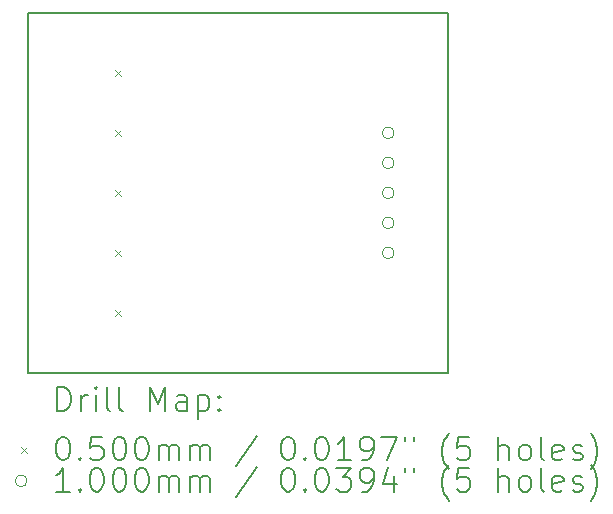
<source format=gbr>
%FSLAX45Y45*%
G04 Gerber Fmt 4.5, Leading zero omitted, Abs format (unit mm)*
G04 Created by KiCad (PCBNEW (6.0.5)) date 2022-05-28 22:26:31*
%MOMM*%
%LPD*%
G01*
G04 APERTURE LIST*
%TA.AperFunction,Profile*%
%ADD10C,0.200000*%
%TD*%
%ADD11C,0.200000*%
%ADD12C,0.050000*%
%ADD13C,0.100000*%
G04 APERTURE END LIST*
D10*
X8890000Y-2540000D02*
X12446000Y-2540000D01*
X12446000Y-2540000D02*
X12446000Y-5588000D01*
X12446000Y-5588000D02*
X8890000Y-5588000D01*
X8890000Y-5588000D02*
X8890000Y-2540000D01*
D11*
D12*
X9627000Y-3023000D02*
X9677000Y-3073000D01*
X9677000Y-3023000D02*
X9627000Y-3073000D01*
X9627000Y-3531000D02*
X9677000Y-3581000D01*
X9677000Y-3531000D02*
X9627000Y-3581000D01*
X9627000Y-4039000D02*
X9677000Y-4089000D01*
X9677000Y-4039000D02*
X9627000Y-4089000D01*
X9627000Y-4547000D02*
X9677000Y-4597000D01*
X9677000Y-4547000D02*
X9627000Y-4597000D01*
X9627000Y-5055000D02*
X9677000Y-5105000D01*
X9677000Y-5055000D02*
X9627000Y-5105000D01*
D13*
X11988000Y-3556000D02*
G75*
G03*
X11988000Y-3556000I-50000J0D01*
G01*
X11988000Y-3810000D02*
G75*
G03*
X11988000Y-3810000I-50000J0D01*
G01*
X11988000Y-4064000D02*
G75*
G03*
X11988000Y-4064000I-50000J0D01*
G01*
X11988000Y-4318000D02*
G75*
G03*
X11988000Y-4318000I-50000J0D01*
G01*
X11988000Y-4572000D02*
G75*
G03*
X11988000Y-4572000I-50000J0D01*
G01*
D11*
X9137619Y-5908476D02*
X9137619Y-5708476D01*
X9185238Y-5708476D01*
X9213810Y-5718000D01*
X9232857Y-5737048D01*
X9242381Y-5756095D01*
X9251905Y-5794190D01*
X9251905Y-5822762D01*
X9242381Y-5860857D01*
X9232857Y-5879905D01*
X9213810Y-5898952D01*
X9185238Y-5908476D01*
X9137619Y-5908476D01*
X9337619Y-5908476D02*
X9337619Y-5775143D01*
X9337619Y-5813238D02*
X9347143Y-5794190D01*
X9356667Y-5784667D01*
X9375714Y-5775143D01*
X9394762Y-5775143D01*
X9461429Y-5908476D02*
X9461429Y-5775143D01*
X9461429Y-5708476D02*
X9451905Y-5718000D01*
X9461429Y-5727524D01*
X9470952Y-5718000D01*
X9461429Y-5708476D01*
X9461429Y-5727524D01*
X9585238Y-5908476D02*
X9566190Y-5898952D01*
X9556667Y-5879905D01*
X9556667Y-5708476D01*
X9690000Y-5908476D02*
X9670952Y-5898952D01*
X9661429Y-5879905D01*
X9661429Y-5708476D01*
X9918571Y-5908476D02*
X9918571Y-5708476D01*
X9985238Y-5851333D01*
X10051905Y-5708476D01*
X10051905Y-5908476D01*
X10232857Y-5908476D02*
X10232857Y-5803714D01*
X10223333Y-5784667D01*
X10204286Y-5775143D01*
X10166190Y-5775143D01*
X10147143Y-5784667D01*
X10232857Y-5898952D02*
X10213810Y-5908476D01*
X10166190Y-5908476D01*
X10147143Y-5898952D01*
X10137619Y-5879905D01*
X10137619Y-5860857D01*
X10147143Y-5841809D01*
X10166190Y-5832286D01*
X10213810Y-5832286D01*
X10232857Y-5822762D01*
X10328095Y-5775143D02*
X10328095Y-5975143D01*
X10328095Y-5784667D02*
X10347143Y-5775143D01*
X10385238Y-5775143D01*
X10404286Y-5784667D01*
X10413810Y-5794190D01*
X10423333Y-5813238D01*
X10423333Y-5870381D01*
X10413810Y-5889428D01*
X10404286Y-5898952D01*
X10385238Y-5908476D01*
X10347143Y-5908476D01*
X10328095Y-5898952D01*
X10509048Y-5889428D02*
X10518571Y-5898952D01*
X10509048Y-5908476D01*
X10499524Y-5898952D01*
X10509048Y-5889428D01*
X10509048Y-5908476D01*
X10509048Y-5784667D02*
X10518571Y-5794190D01*
X10509048Y-5803714D01*
X10499524Y-5794190D01*
X10509048Y-5784667D01*
X10509048Y-5803714D01*
D12*
X8830000Y-6213000D02*
X8880000Y-6263000D01*
X8880000Y-6213000D02*
X8830000Y-6263000D01*
D11*
X9175714Y-6128476D02*
X9194762Y-6128476D01*
X9213810Y-6138000D01*
X9223333Y-6147524D01*
X9232857Y-6166571D01*
X9242381Y-6204667D01*
X9242381Y-6252286D01*
X9232857Y-6290381D01*
X9223333Y-6309428D01*
X9213810Y-6318952D01*
X9194762Y-6328476D01*
X9175714Y-6328476D01*
X9156667Y-6318952D01*
X9147143Y-6309428D01*
X9137619Y-6290381D01*
X9128095Y-6252286D01*
X9128095Y-6204667D01*
X9137619Y-6166571D01*
X9147143Y-6147524D01*
X9156667Y-6138000D01*
X9175714Y-6128476D01*
X9328095Y-6309428D02*
X9337619Y-6318952D01*
X9328095Y-6328476D01*
X9318571Y-6318952D01*
X9328095Y-6309428D01*
X9328095Y-6328476D01*
X9518571Y-6128476D02*
X9423333Y-6128476D01*
X9413810Y-6223714D01*
X9423333Y-6214190D01*
X9442381Y-6204667D01*
X9490000Y-6204667D01*
X9509048Y-6214190D01*
X9518571Y-6223714D01*
X9528095Y-6242762D01*
X9528095Y-6290381D01*
X9518571Y-6309428D01*
X9509048Y-6318952D01*
X9490000Y-6328476D01*
X9442381Y-6328476D01*
X9423333Y-6318952D01*
X9413810Y-6309428D01*
X9651905Y-6128476D02*
X9670952Y-6128476D01*
X9690000Y-6138000D01*
X9699524Y-6147524D01*
X9709048Y-6166571D01*
X9718571Y-6204667D01*
X9718571Y-6252286D01*
X9709048Y-6290381D01*
X9699524Y-6309428D01*
X9690000Y-6318952D01*
X9670952Y-6328476D01*
X9651905Y-6328476D01*
X9632857Y-6318952D01*
X9623333Y-6309428D01*
X9613810Y-6290381D01*
X9604286Y-6252286D01*
X9604286Y-6204667D01*
X9613810Y-6166571D01*
X9623333Y-6147524D01*
X9632857Y-6138000D01*
X9651905Y-6128476D01*
X9842381Y-6128476D02*
X9861429Y-6128476D01*
X9880476Y-6138000D01*
X9890000Y-6147524D01*
X9899524Y-6166571D01*
X9909048Y-6204667D01*
X9909048Y-6252286D01*
X9899524Y-6290381D01*
X9890000Y-6309428D01*
X9880476Y-6318952D01*
X9861429Y-6328476D01*
X9842381Y-6328476D01*
X9823333Y-6318952D01*
X9813810Y-6309428D01*
X9804286Y-6290381D01*
X9794762Y-6252286D01*
X9794762Y-6204667D01*
X9804286Y-6166571D01*
X9813810Y-6147524D01*
X9823333Y-6138000D01*
X9842381Y-6128476D01*
X9994762Y-6328476D02*
X9994762Y-6195143D01*
X9994762Y-6214190D02*
X10004286Y-6204667D01*
X10023333Y-6195143D01*
X10051905Y-6195143D01*
X10070952Y-6204667D01*
X10080476Y-6223714D01*
X10080476Y-6328476D01*
X10080476Y-6223714D02*
X10090000Y-6204667D01*
X10109048Y-6195143D01*
X10137619Y-6195143D01*
X10156667Y-6204667D01*
X10166190Y-6223714D01*
X10166190Y-6328476D01*
X10261429Y-6328476D02*
X10261429Y-6195143D01*
X10261429Y-6214190D02*
X10270952Y-6204667D01*
X10290000Y-6195143D01*
X10318571Y-6195143D01*
X10337619Y-6204667D01*
X10347143Y-6223714D01*
X10347143Y-6328476D01*
X10347143Y-6223714D02*
X10356667Y-6204667D01*
X10375714Y-6195143D01*
X10404286Y-6195143D01*
X10423333Y-6204667D01*
X10432857Y-6223714D01*
X10432857Y-6328476D01*
X10823333Y-6118952D02*
X10651905Y-6376095D01*
X11080476Y-6128476D02*
X11099524Y-6128476D01*
X11118571Y-6138000D01*
X11128095Y-6147524D01*
X11137619Y-6166571D01*
X11147143Y-6204667D01*
X11147143Y-6252286D01*
X11137619Y-6290381D01*
X11128095Y-6309428D01*
X11118571Y-6318952D01*
X11099524Y-6328476D01*
X11080476Y-6328476D01*
X11061429Y-6318952D01*
X11051905Y-6309428D01*
X11042381Y-6290381D01*
X11032857Y-6252286D01*
X11032857Y-6204667D01*
X11042381Y-6166571D01*
X11051905Y-6147524D01*
X11061429Y-6138000D01*
X11080476Y-6128476D01*
X11232857Y-6309428D02*
X11242381Y-6318952D01*
X11232857Y-6328476D01*
X11223333Y-6318952D01*
X11232857Y-6309428D01*
X11232857Y-6328476D01*
X11366190Y-6128476D02*
X11385238Y-6128476D01*
X11404286Y-6138000D01*
X11413809Y-6147524D01*
X11423333Y-6166571D01*
X11432857Y-6204667D01*
X11432857Y-6252286D01*
X11423333Y-6290381D01*
X11413809Y-6309428D01*
X11404286Y-6318952D01*
X11385238Y-6328476D01*
X11366190Y-6328476D01*
X11347143Y-6318952D01*
X11337619Y-6309428D01*
X11328095Y-6290381D01*
X11318571Y-6252286D01*
X11318571Y-6204667D01*
X11328095Y-6166571D01*
X11337619Y-6147524D01*
X11347143Y-6138000D01*
X11366190Y-6128476D01*
X11623333Y-6328476D02*
X11509048Y-6328476D01*
X11566190Y-6328476D02*
X11566190Y-6128476D01*
X11547143Y-6157048D01*
X11528095Y-6176095D01*
X11509048Y-6185619D01*
X11718571Y-6328476D02*
X11756667Y-6328476D01*
X11775714Y-6318952D01*
X11785238Y-6309428D01*
X11804286Y-6280857D01*
X11813809Y-6242762D01*
X11813809Y-6166571D01*
X11804286Y-6147524D01*
X11794762Y-6138000D01*
X11775714Y-6128476D01*
X11737619Y-6128476D01*
X11718571Y-6138000D01*
X11709048Y-6147524D01*
X11699524Y-6166571D01*
X11699524Y-6214190D01*
X11709048Y-6233238D01*
X11718571Y-6242762D01*
X11737619Y-6252286D01*
X11775714Y-6252286D01*
X11794762Y-6242762D01*
X11804286Y-6233238D01*
X11813809Y-6214190D01*
X11880476Y-6128476D02*
X12013809Y-6128476D01*
X11928095Y-6328476D01*
X12080476Y-6128476D02*
X12080476Y-6166571D01*
X12156667Y-6128476D02*
X12156667Y-6166571D01*
X12451905Y-6404667D02*
X12442381Y-6395143D01*
X12423333Y-6366571D01*
X12413809Y-6347524D01*
X12404286Y-6318952D01*
X12394762Y-6271333D01*
X12394762Y-6233238D01*
X12404286Y-6185619D01*
X12413809Y-6157048D01*
X12423333Y-6138000D01*
X12442381Y-6109428D01*
X12451905Y-6099905D01*
X12623333Y-6128476D02*
X12528095Y-6128476D01*
X12518571Y-6223714D01*
X12528095Y-6214190D01*
X12547143Y-6204667D01*
X12594762Y-6204667D01*
X12613809Y-6214190D01*
X12623333Y-6223714D01*
X12632857Y-6242762D01*
X12632857Y-6290381D01*
X12623333Y-6309428D01*
X12613809Y-6318952D01*
X12594762Y-6328476D01*
X12547143Y-6328476D01*
X12528095Y-6318952D01*
X12518571Y-6309428D01*
X12870952Y-6328476D02*
X12870952Y-6128476D01*
X12956667Y-6328476D02*
X12956667Y-6223714D01*
X12947143Y-6204667D01*
X12928095Y-6195143D01*
X12899524Y-6195143D01*
X12880476Y-6204667D01*
X12870952Y-6214190D01*
X13080476Y-6328476D02*
X13061428Y-6318952D01*
X13051905Y-6309428D01*
X13042381Y-6290381D01*
X13042381Y-6233238D01*
X13051905Y-6214190D01*
X13061428Y-6204667D01*
X13080476Y-6195143D01*
X13109048Y-6195143D01*
X13128095Y-6204667D01*
X13137619Y-6214190D01*
X13147143Y-6233238D01*
X13147143Y-6290381D01*
X13137619Y-6309428D01*
X13128095Y-6318952D01*
X13109048Y-6328476D01*
X13080476Y-6328476D01*
X13261428Y-6328476D02*
X13242381Y-6318952D01*
X13232857Y-6299905D01*
X13232857Y-6128476D01*
X13413809Y-6318952D02*
X13394762Y-6328476D01*
X13356667Y-6328476D01*
X13337619Y-6318952D01*
X13328095Y-6299905D01*
X13328095Y-6223714D01*
X13337619Y-6204667D01*
X13356667Y-6195143D01*
X13394762Y-6195143D01*
X13413809Y-6204667D01*
X13423333Y-6223714D01*
X13423333Y-6242762D01*
X13328095Y-6261809D01*
X13499524Y-6318952D02*
X13518571Y-6328476D01*
X13556667Y-6328476D01*
X13575714Y-6318952D01*
X13585238Y-6299905D01*
X13585238Y-6290381D01*
X13575714Y-6271333D01*
X13556667Y-6261809D01*
X13528095Y-6261809D01*
X13509048Y-6252286D01*
X13499524Y-6233238D01*
X13499524Y-6223714D01*
X13509048Y-6204667D01*
X13528095Y-6195143D01*
X13556667Y-6195143D01*
X13575714Y-6204667D01*
X13651905Y-6404667D02*
X13661428Y-6395143D01*
X13680476Y-6366571D01*
X13690000Y-6347524D01*
X13699524Y-6318952D01*
X13709048Y-6271333D01*
X13709048Y-6233238D01*
X13699524Y-6185619D01*
X13690000Y-6157048D01*
X13680476Y-6138000D01*
X13661428Y-6109428D01*
X13651905Y-6099905D01*
D13*
X8880000Y-6502000D02*
G75*
G03*
X8880000Y-6502000I-50000J0D01*
G01*
D11*
X9242381Y-6592476D02*
X9128095Y-6592476D01*
X9185238Y-6592476D02*
X9185238Y-6392476D01*
X9166190Y-6421048D01*
X9147143Y-6440095D01*
X9128095Y-6449619D01*
X9328095Y-6573428D02*
X9337619Y-6582952D01*
X9328095Y-6592476D01*
X9318571Y-6582952D01*
X9328095Y-6573428D01*
X9328095Y-6592476D01*
X9461429Y-6392476D02*
X9480476Y-6392476D01*
X9499524Y-6402000D01*
X9509048Y-6411524D01*
X9518571Y-6430571D01*
X9528095Y-6468667D01*
X9528095Y-6516286D01*
X9518571Y-6554381D01*
X9509048Y-6573428D01*
X9499524Y-6582952D01*
X9480476Y-6592476D01*
X9461429Y-6592476D01*
X9442381Y-6582952D01*
X9432857Y-6573428D01*
X9423333Y-6554381D01*
X9413810Y-6516286D01*
X9413810Y-6468667D01*
X9423333Y-6430571D01*
X9432857Y-6411524D01*
X9442381Y-6402000D01*
X9461429Y-6392476D01*
X9651905Y-6392476D02*
X9670952Y-6392476D01*
X9690000Y-6402000D01*
X9699524Y-6411524D01*
X9709048Y-6430571D01*
X9718571Y-6468667D01*
X9718571Y-6516286D01*
X9709048Y-6554381D01*
X9699524Y-6573428D01*
X9690000Y-6582952D01*
X9670952Y-6592476D01*
X9651905Y-6592476D01*
X9632857Y-6582952D01*
X9623333Y-6573428D01*
X9613810Y-6554381D01*
X9604286Y-6516286D01*
X9604286Y-6468667D01*
X9613810Y-6430571D01*
X9623333Y-6411524D01*
X9632857Y-6402000D01*
X9651905Y-6392476D01*
X9842381Y-6392476D02*
X9861429Y-6392476D01*
X9880476Y-6402000D01*
X9890000Y-6411524D01*
X9899524Y-6430571D01*
X9909048Y-6468667D01*
X9909048Y-6516286D01*
X9899524Y-6554381D01*
X9890000Y-6573428D01*
X9880476Y-6582952D01*
X9861429Y-6592476D01*
X9842381Y-6592476D01*
X9823333Y-6582952D01*
X9813810Y-6573428D01*
X9804286Y-6554381D01*
X9794762Y-6516286D01*
X9794762Y-6468667D01*
X9804286Y-6430571D01*
X9813810Y-6411524D01*
X9823333Y-6402000D01*
X9842381Y-6392476D01*
X9994762Y-6592476D02*
X9994762Y-6459143D01*
X9994762Y-6478190D02*
X10004286Y-6468667D01*
X10023333Y-6459143D01*
X10051905Y-6459143D01*
X10070952Y-6468667D01*
X10080476Y-6487714D01*
X10080476Y-6592476D01*
X10080476Y-6487714D02*
X10090000Y-6468667D01*
X10109048Y-6459143D01*
X10137619Y-6459143D01*
X10156667Y-6468667D01*
X10166190Y-6487714D01*
X10166190Y-6592476D01*
X10261429Y-6592476D02*
X10261429Y-6459143D01*
X10261429Y-6478190D02*
X10270952Y-6468667D01*
X10290000Y-6459143D01*
X10318571Y-6459143D01*
X10337619Y-6468667D01*
X10347143Y-6487714D01*
X10347143Y-6592476D01*
X10347143Y-6487714D02*
X10356667Y-6468667D01*
X10375714Y-6459143D01*
X10404286Y-6459143D01*
X10423333Y-6468667D01*
X10432857Y-6487714D01*
X10432857Y-6592476D01*
X10823333Y-6382952D02*
X10651905Y-6640095D01*
X11080476Y-6392476D02*
X11099524Y-6392476D01*
X11118571Y-6402000D01*
X11128095Y-6411524D01*
X11137619Y-6430571D01*
X11147143Y-6468667D01*
X11147143Y-6516286D01*
X11137619Y-6554381D01*
X11128095Y-6573428D01*
X11118571Y-6582952D01*
X11099524Y-6592476D01*
X11080476Y-6592476D01*
X11061429Y-6582952D01*
X11051905Y-6573428D01*
X11042381Y-6554381D01*
X11032857Y-6516286D01*
X11032857Y-6468667D01*
X11042381Y-6430571D01*
X11051905Y-6411524D01*
X11061429Y-6402000D01*
X11080476Y-6392476D01*
X11232857Y-6573428D02*
X11242381Y-6582952D01*
X11232857Y-6592476D01*
X11223333Y-6582952D01*
X11232857Y-6573428D01*
X11232857Y-6592476D01*
X11366190Y-6392476D02*
X11385238Y-6392476D01*
X11404286Y-6402000D01*
X11413809Y-6411524D01*
X11423333Y-6430571D01*
X11432857Y-6468667D01*
X11432857Y-6516286D01*
X11423333Y-6554381D01*
X11413809Y-6573428D01*
X11404286Y-6582952D01*
X11385238Y-6592476D01*
X11366190Y-6592476D01*
X11347143Y-6582952D01*
X11337619Y-6573428D01*
X11328095Y-6554381D01*
X11318571Y-6516286D01*
X11318571Y-6468667D01*
X11328095Y-6430571D01*
X11337619Y-6411524D01*
X11347143Y-6402000D01*
X11366190Y-6392476D01*
X11499524Y-6392476D02*
X11623333Y-6392476D01*
X11556667Y-6468667D01*
X11585238Y-6468667D01*
X11604286Y-6478190D01*
X11613809Y-6487714D01*
X11623333Y-6506762D01*
X11623333Y-6554381D01*
X11613809Y-6573428D01*
X11604286Y-6582952D01*
X11585238Y-6592476D01*
X11528095Y-6592476D01*
X11509048Y-6582952D01*
X11499524Y-6573428D01*
X11718571Y-6592476D02*
X11756667Y-6592476D01*
X11775714Y-6582952D01*
X11785238Y-6573428D01*
X11804286Y-6544857D01*
X11813809Y-6506762D01*
X11813809Y-6430571D01*
X11804286Y-6411524D01*
X11794762Y-6402000D01*
X11775714Y-6392476D01*
X11737619Y-6392476D01*
X11718571Y-6402000D01*
X11709048Y-6411524D01*
X11699524Y-6430571D01*
X11699524Y-6478190D01*
X11709048Y-6497238D01*
X11718571Y-6506762D01*
X11737619Y-6516286D01*
X11775714Y-6516286D01*
X11794762Y-6506762D01*
X11804286Y-6497238D01*
X11813809Y-6478190D01*
X11985238Y-6459143D02*
X11985238Y-6592476D01*
X11937619Y-6382952D02*
X11890000Y-6525809D01*
X12013809Y-6525809D01*
X12080476Y-6392476D02*
X12080476Y-6430571D01*
X12156667Y-6392476D02*
X12156667Y-6430571D01*
X12451905Y-6668667D02*
X12442381Y-6659143D01*
X12423333Y-6630571D01*
X12413809Y-6611524D01*
X12404286Y-6582952D01*
X12394762Y-6535333D01*
X12394762Y-6497238D01*
X12404286Y-6449619D01*
X12413809Y-6421048D01*
X12423333Y-6402000D01*
X12442381Y-6373428D01*
X12451905Y-6363905D01*
X12623333Y-6392476D02*
X12528095Y-6392476D01*
X12518571Y-6487714D01*
X12528095Y-6478190D01*
X12547143Y-6468667D01*
X12594762Y-6468667D01*
X12613809Y-6478190D01*
X12623333Y-6487714D01*
X12632857Y-6506762D01*
X12632857Y-6554381D01*
X12623333Y-6573428D01*
X12613809Y-6582952D01*
X12594762Y-6592476D01*
X12547143Y-6592476D01*
X12528095Y-6582952D01*
X12518571Y-6573428D01*
X12870952Y-6592476D02*
X12870952Y-6392476D01*
X12956667Y-6592476D02*
X12956667Y-6487714D01*
X12947143Y-6468667D01*
X12928095Y-6459143D01*
X12899524Y-6459143D01*
X12880476Y-6468667D01*
X12870952Y-6478190D01*
X13080476Y-6592476D02*
X13061428Y-6582952D01*
X13051905Y-6573428D01*
X13042381Y-6554381D01*
X13042381Y-6497238D01*
X13051905Y-6478190D01*
X13061428Y-6468667D01*
X13080476Y-6459143D01*
X13109048Y-6459143D01*
X13128095Y-6468667D01*
X13137619Y-6478190D01*
X13147143Y-6497238D01*
X13147143Y-6554381D01*
X13137619Y-6573428D01*
X13128095Y-6582952D01*
X13109048Y-6592476D01*
X13080476Y-6592476D01*
X13261428Y-6592476D02*
X13242381Y-6582952D01*
X13232857Y-6563905D01*
X13232857Y-6392476D01*
X13413809Y-6582952D02*
X13394762Y-6592476D01*
X13356667Y-6592476D01*
X13337619Y-6582952D01*
X13328095Y-6563905D01*
X13328095Y-6487714D01*
X13337619Y-6468667D01*
X13356667Y-6459143D01*
X13394762Y-6459143D01*
X13413809Y-6468667D01*
X13423333Y-6487714D01*
X13423333Y-6506762D01*
X13328095Y-6525809D01*
X13499524Y-6582952D02*
X13518571Y-6592476D01*
X13556667Y-6592476D01*
X13575714Y-6582952D01*
X13585238Y-6563905D01*
X13585238Y-6554381D01*
X13575714Y-6535333D01*
X13556667Y-6525809D01*
X13528095Y-6525809D01*
X13509048Y-6516286D01*
X13499524Y-6497238D01*
X13499524Y-6487714D01*
X13509048Y-6468667D01*
X13528095Y-6459143D01*
X13556667Y-6459143D01*
X13575714Y-6468667D01*
X13651905Y-6668667D02*
X13661428Y-6659143D01*
X13680476Y-6630571D01*
X13690000Y-6611524D01*
X13699524Y-6582952D01*
X13709048Y-6535333D01*
X13709048Y-6497238D01*
X13699524Y-6449619D01*
X13690000Y-6421048D01*
X13680476Y-6402000D01*
X13661428Y-6373428D01*
X13651905Y-6363905D01*
M02*

</source>
